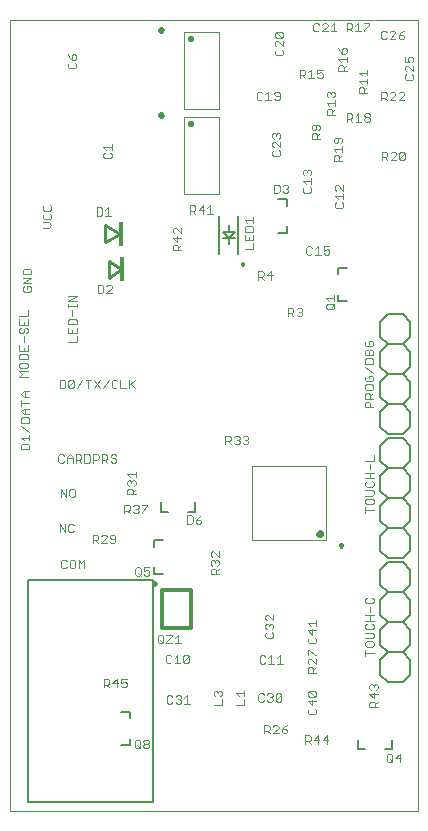
<source format=gto>
G75*
G70*
%OFA0B0*%
%FSLAX24Y24*%
%IPPOS*%
%LPD*%
%AMOC8*
5,1,8,0,0,1.08239X$1,22.5*
%
%ADD10C,0.0000*%
%ADD11C,0.0047*%
%ADD12C,0.0157*%
%ADD13C,0.0098*%
%ADD14C,0.0118*%
%ADD15C,0.0040*%
%ADD16C,0.0100*%
%ADD17R,0.0118X0.0827*%
%ADD18C,0.0060*%
%ADD19C,0.0200*%
%ADD20C,0.0120*%
%ADD21C,0.0050*%
%ADD22C,0.0079*%
D10*
X000219Y000139D02*
X000219Y026517D01*
X013801Y026517D01*
X013801Y000139D01*
X000219Y000139D01*
D11*
X008270Y009175D02*
X008270Y011655D01*
X010750Y011655D01*
X010750Y009175D01*
X008270Y009175D01*
X007168Y020710D02*
X006026Y020710D01*
X006026Y023269D01*
X007168Y023269D01*
X007168Y020710D01*
X007168Y023545D02*
X006026Y023545D01*
X006026Y026104D01*
X007168Y026104D01*
X007168Y023545D01*
D12*
X010495Y009391D02*
X010497Y009403D01*
X010502Y009414D01*
X010511Y009423D01*
X010522Y009428D01*
X010534Y009430D01*
X010546Y009428D01*
X010557Y009423D01*
X010566Y009414D01*
X010571Y009403D01*
X010573Y009391D01*
X010571Y009379D01*
X010566Y009368D01*
X010557Y009359D01*
X010546Y009354D01*
X010534Y009352D01*
X010522Y009354D01*
X010511Y009359D01*
X010502Y009368D01*
X010497Y009379D01*
X010495Y009391D01*
D13*
X011203Y008998D02*
X011205Y009010D01*
X011210Y009021D01*
X011219Y009030D01*
X011230Y009035D01*
X011242Y009037D01*
X011254Y009035D01*
X011265Y009030D01*
X011274Y009021D01*
X011279Y009010D01*
X011281Y008998D01*
X011279Y008986D01*
X011274Y008975D01*
X011265Y008966D01*
X011254Y008961D01*
X011242Y008959D01*
X011230Y008961D01*
X011219Y008966D01*
X011210Y008975D01*
X011205Y008986D01*
X011203Y008998D01*
D14*
X006203Y023053D02*
X006205Y023065D01*
X006210Y023076D01*
X006219Y023085D01*
X006230Y023090D01*
X006242Y023092D01*
X006254Y023090D01*
X006265Y023085D01*
X006274Y023076D01*
X006279Y023065D01*
X006281Y023053D01*
X006279Y023041D01*
X006274Y023030D01*
X006265Y023021D01*
X006254Y023016D01*
X006242Y023014D01*
X006230Y023016D01*
X006219Y023021D01*
X006210Y023030D01*
X006205Y023041D01*
X006203Y023053D01*
X005219Y023328D02*
X005221Y023340D01*
X005226Y023351D01*
X005235Y023360D01*
X005246Y023365D01*
X005258Y023367D01*
X005270Y023365D01*
X005281Y023360D01*
X005290Y023351D01*
X005295Y023340D01*
X005297Y023328D01*
X005295Y023316D01*
X005290Y023305D01*
X005281Y023296D01*
X005270Y023291D01*
X005258Y023289D01*
X005246Y023291D01*
X005235Y023296D01*
X005226Y023305D01*
X005221Y023316D01*
X005219Y023328D01*
X006203Y025887D02*
X006205Y025899D01*
X006210Y025910D01*
X006219Y025919D01*
X006230Y025924D01*
X006242Y025926D01*
X006254Y025924D01*
X006265Y025919D01*
X006274Y025910D01*
X006279Y025899D01*
X006281Y025887D01*
X006279Y025875D01*
X006274Y025864D01*
X006265Y025855D01*
X006254Y025850D01*
X006242Y025848D01*
X006230Y025850D01*
X006219Y025855D01*
X006210Y025864D01*
X006205Y025875D01*
X006203Y025887D01*
X005219Y026163D02*
X005221Y026175D01*
X005226Y026186D01*
X005235Y026195D01*
X005246Y026200D01*
X005258Y026202D01*
X005270Y026200D01*
X005281Y026195D01*
X005290Y026186D01*
X005295Y026175D01*
X005297Y026163D01*
X005295Y026151D01*
X005290Y026140D01*
X005281Y026131D01*
X005270Y026126D01*
X005258Y026124D01*
X005246Y026126D01*
X005235Y026131D01*
X005226Y026140D01*
X005221Y026151D01*
X005219Y026163D01*
D15*
X003596Y022377D02*
X003596Y022194D01*
X003596Y022285D02*
X003321Y022285D01*
X003413Y022194D01*
X003367Y022087D02*
X003321Y022041D01*
X003321Y021949D01*
X003367Y021904D01*
X003551Y021904D01*
X003596Y021949D01*
X003596Y022041D01*
X003551Y022087D01*
X003481Y020263D02*
X003481Y019988D01*
X003390Y019988D02*
X003573Y019988D01*
X003390Y020171D02*
X003481Y020263D01*
X003283Y020217D02*
X003237Y020263D01*
X003100Y020263D01*
X003100Y019988D01*
X003237Y019988D01*
X003283Y020034D01*
X003283Y020217D01*
X003277Y017684D02*
X003139Y017684D01*
X003139Y017409D01*
X003277Y017409D01*
X003322Y017455D01*
X003322Y017638D01*
X003277Y017684D01*
X003429Y017638D02*
X003475Y017684D01*
X003567Y017684D01*
X003613Y017638D01*
X003613Y017592D01*
X003429Y017409D01*
X003613Y017409D01*
X002431Y017325D02*
X002156Y017325D01*
X002156Y017141D02*
X002431Y017325D01*
X002431Y017141D02*
X002156Y017141D01*
X002156Y017039D02*
X002156Y016948D01*
X002156Y016994D02*
X002431Y016994D01*
X002431Y017039D02*
X002431Y016948D01*
X002293Y016841D02*
X002293Y016658D01*
X002202Y016551D02*
X002385Y016551D01*
X002431Y016505D01*
X002431Y016368D01*
X002156Y016368D01*
X002156Y016505D01*
X002202Y016551D01*
X002156Y016261D02*
X002156Y016078D01*
X002431Y016078D01*
X002431Y016261D01*
X002293Y016169D02*
X002293Y016078D01*
X002431Y015971D02*
X002431Y015788D01*
X002156Y015788D01*
X002201Y014517D02*
X002292Y014517D01*
X002338Y014471D01*
X002155Y014288D01*
X002201Y014242D01*
X002292Y014242D01*
X002338Y014288D01*
X002338Y014471D01*
X002201Y014517D02*
X002155Y014471D01*
X002155Y014288D01*
X002048Y014288D02*
X002048Y014471D01*
X002002Y014517D01*
X001865Y014517D01*
X001865Y014242D01*
X002002Y014242D01*
X002048Y014288D01*
X002445Y014242D02*
X002628Y014517D01*
X002735Y014517D02*
X002918Y014517D01*
X002826Y014517D02*
X002826Y014242D01*
X003025Y014242D02*
X003208Y014517D01*
X003025Y014517D02*
X003208Y014242D01*
X003315Y014242D02*
X003498Y014517D01*
X003605Y014471D02*
X003605Y014288D01*
X003651Y014242D01*
X003742Y014242D01*
X003788Y014288D01*
X003895Y014242D02*
X003895Y014517D01*
X003788Y014471D02*
X003742Y014517D01*
X003651Y014517D01*
X003605Y014471D01*
X003895Y014242D02*
X004078Y014242D01*
X004185Y014242D02*
X004185Y014517D01*
X004231Y014380D02*
X004368Y014242D01*
X004185Y014334D02*
X004368Y014517D01*
X003703Y012037D02*
X003611Y012037D01*
X003565Y011991D01*
X003565Y011945D01*
X003611Y011899D01*
X003703Y011899D01*
X003749Y011854D01*
X003749Y011808D01*
X003703Y011762D01*
X003611Y011762D01*
X003565Y011808D01*
X003459Y011762D02*
X003367Y011854D01*
X003413Y011854D02*
X003275Y011854D01*
X003275Y011762D02*
X003275Y012037D01*
X003413Y012037D01*
X003459Y011991D01*
X003459Y011899D01*
X003413Y011854D01*
X003169Y011899D02*
X003123Y011854D01*
X002985Y011854D01*
X002985Y011762D02*
X002985Y012037D01*
X003123Y012037D01*
X003169Y011991D01*
X003169Y011899D01*
X002879Y011808D02*
X002879Y011991D01*
X002833Y012037D01*
X002695Y012037D01*
X002695Y011762D01*
X002833Y011762D01*
X002879Y011808D01*
X002589Y011762D02*
X002497Y011854D01*
X002543Y011854D02*
X002405Y011854D01*
X002405Y011762D02*
X002405Y012037D01*
X002543Y012037D01*
X002589Y011991D01*
X002589Y011899D01*
X002543Y011854D01*
X002299Y011899D02*
X002115Y011899D01*
X002115Y011945D02*
X002207Y012037D01*
X002299Y011945D01*
X002299Y011762D01*
X002115Y011762D02*
X002115Y011945D01*
X002009Y011991D02*
X001963Y012037D01*
X001871Y012037D01*
X001825Y011991D01*
X001825Y011808D01*
X001871Y011762D01*
X001963Y011762D01*
X002009Y011808D01*
X002088Y010895D02*
X002088Y010620D01*
X001904Y010895D01*
X001904Y010620D01*
X002194Y010666D02*
X002240Y010620D01*
X002332Y010620D01*
X002378Y010666D01*
X002378Y010849D01*
X002332Y010895D01*
X002240Y010895D01*
X002194Y010849D01*
X002194Y010666D01*
X002201Y009714D02*
X002155Y009668D01*
X002155Y009485D01*
X002201Y009439D01*
X002292Y009439D01*
X002338Y009485D01*
X002338Y009668D02*
X002292Y009714D01*
X002201Y009714D01*
X002048Y009714D02*
X002048Y009439D01*
X001865Y009714D01*
X001865Y009439D01*
X001962Y008517D02*
X001916Y008471D01*
X001916Y008288D01*
X001962Y008242D01*
X002054Y008242D01*
X002099Y008288D01*
X002206Y008288D02*
X002206Y008471D01*
X002252Y008517D01*
X002344Y008517D01*
X002389Y008471D01*
X002389Y008288D01*
X002344Y008242D01*
X002252Y008242D01*
X002206Y008288D01*
X002099Y008471D02*
X002054Y008517D01*
X001962Y008517D01*
X002496Y008517D02*
X002496Y008242D01*
X002679Y008242D02*
X002679Y008517D01*
X002588Y008426D01*
X002496Y008517D01*
X002965Y009083D02*
X002965Y009358D01*
X003103Y009358D01*
X003149Y009312D01*
X003149Y009220D01*
X003103Y009174D01*
X002965Y009174D01*
X003057Y009174D02*
X003149Y009083D01*
X003255Y009083D02*
X003439Y009266D01*
X003439Y009312D01*
X003393Y009358D01*
X003301Y009358D01*
X003255Y009312D01*
X003255Y009083D02*
X003439Y009083D01*
X003545Y009129D02*
X003591Y009083D01*
X003683Y009083D01*
X003729Y009129D01*
X003729Y009312D01*
X003683Y009358D01*
X003591Y009358D01*
X003545Y009312D01*
X003545Y009266D01*
X003591Y009220D01*
X003729Y009220D01*
X004028Y010067D02*
X004028Y010342D01*
X004166Y010342D01*
X004212Y010296D01*
X004212Y010204D01*
X004166Y010159D01*
X004028Y010159D01*
X004120Y010159D02*
X004212Y010067D01*
X004318Y010113D02*
X004364Y010067D01*
X004456Y010067D01*
X004502Y010113D01*
X004502Y010159D01*
X004456Y010204D01*
X004410Y010204D01*
X004456Y010204D02*
X004502Y010250D01*
X004502Y010296D01*
X004456Y010342D01*
X004364Y010342D01*
X004318Y010296D01*
X004306Y010697D02*
X004306Y010834D01*
X004260Y010880D01*
X004168Y010880D01*
X004122Y010834D01*
X004122Y010697D01*
X004398Y010697D01*
X004306Y010789D02*
X004398Y010880D01*
X004352Y010987D02*
X004398Y011033D01*
X004398Y011124D01*
X004352Y011170D01*
X004306Y011170D01*
X004260Y011124D01*
X004260Y011079D01*
X004260Y011124D02*
X004214Y011170D01*
X004168Y011170D01*
X004122Y011124D01*
X004122Y011033D01*
X004168Y010987D01*
X004214Y011277D02*
X004122Y011369D01*
X004398Y011369D01*
X004398Y011460D02*
X004398Y011277D01*
X004608Y010342D02*
X004792Y010342D01*
X004792Y010296D01*
X004608Y010113D01*
X004608Y010067D01*
X004675Y008267D02*
X004675Y008130D01*
X004767Y008176D01*
X004813Y008176D01*
X004859Y008130D01*
X004859Y008038D01*
X004813Y007992D01*
X004721Y007992D01*
X004675Y008038D01*
X004569Y008038D02*
X004523Y007992D01*
X004431Y007992D01*
X004385Y008038D01*
X004385Y008221D01*
X004431Y008267D01*
X004523Y008267D01*
X004569Y008221D01*
X004569Y008038D01*
X004569Y007992D02*
X004477Y008084D01*
X004675Y008267D02*
X004859Y008267D01*
X005178Y006021D02*
X005270Y006021D01*
X005316Y005975D01*
X005316Y005792D01*
X005270Y005746D01*
X005178Y005746D01*
X005132Y005792D01*
X005132Y005975D01*
X005178Y006021D01*
X005224Y005838D02*
X005316Y005746D01*
X005422Y005746D02*
X005606Y005746D01*
X005713Y005746D02*
X005896Y005746D01*
X005804Y005746D02*
X005804Y006021D01*
X005713Y005929D01*
X005606Y005975D02*
X005422Y005792D01*
X005422Y005746D01*
X005422Y006021D02*
X005606Y006021D01*
X005606Y005975D01*
X005544Y005342D02*
X005452Y005342D01*
X005406Y005296D01*
X005406Y005113D01*
X005452Y005067D01*
X005544Y005067D01*
X005590Y005113D01*
X005696Y005067D02*
X005880Y005067D01*
X005788Y005067D02*
X005788Y005342D01*
X005696Y005250D01*
X005590Y005296D02*
X005544Y005342D01*
X005986Y005296D02*
X005986Y005113D01*
X006170Y005296D01*
X006170Y005113D01*
X006124Y005067D01*
X006032Y005067D01*
X005986Y005113D01*
X005986Y005296D02*
X006032Y005342D01*
X006124Y005342D01*
X006170Y005296D01*
X006117Y004004D02*
X006025Y003912D01*
X005919Y003912D02*
X005873Y003866D01*
X005919Y003820D01*
X005919Y003774D01*
X005873Y003728D01*
X005781Y003728D01*
X005735Y003774D01*
X005629Y003774D02*
X005583Y003728D01*
X005491Y003728D01*
X005445Y003774D01*
X005445Y003958D01*
X005491Y004004D01*
X005583Y004004D01*
X005629Y003958D01*
X005735Y003958D02*
X005781Y004004D01*
X005873Y004004D01*
X005919Y003958D01*
X005919Y003912D01*
X005873Y003866D02*
X005827Y003866D01*
X006025Y003728D02*
X006209Y003728D01*
X006117Y003728D02*
X006117Y004004D01*
X006996Y004025D02*
X006996Y004117D01*
X007042Y004162D01*
X007088Y004162D01*
X007134Y004117D01*
X007180Y004162D01*
X007226Y004162D01*
X007272Y004117D01*
X007272Y004025D01*
X007226Y003979D01*
X007272Y003872D02*
X007272Y003689D01*
X006996Y003689D01*
X007042Y003979D02*
X006996Y004025D01*
X007134Y004071D02*
X007134Y004117D01*
X007744Y004071D02*
X008020Y004071D01*
X008020Y004162D02*
X008020Y003979D01*
X008020Y003872D02*
X008020Y003689D01*
X007744Y003689D01*
X007836Y003979D02*
X007744Y004071D01*
X008493Y004025D02*
X008493Y003841D01*
X008539Y003795D01*
X008630Y003795D01*
X008676Y003841D01*
X008783Y003841D02*
X008829Y003795D01*
X008920Y003795D01*
X008966Y003841D01*
X008966Y003887D01*
X008920Y003933D01*
X008874Y003933D01*
X008920Y003933D02*
X008966Y003979D01*
X008966Y004025D01*
X008920Y004070D01*
X008829Y004070D01*
X008783Y004025D01*
X008676Y004025D02*
X008630Y004070D01*
X008539Y004070D01*
X008493Y004025D01*
X008690Y003007D02*
X008827Y003007D01*
X008873Y002962D01*
X008873Y002870D01*
X008827Y002824D01*
X008690Y002824D01*
X008781Y002824D02*
X008873Y002732D01*
X008980Y002732D02*
X009163Y002916D01*
X009163Y002962D01*
X009117Y003007D01*
X009025Y003007D01*
X008980Y002962D01*
X008980Y002732D02*
X009163Y002732D01*
X009270Y002778D02*
X009315Y002732D01*
X009407Y002732D01*
X009453Y002778D01*
X009453Y002824D01*
X009407Y002870D01*
X009270Y002870D01*
X009270Y002778D01*
X009270Y002870D02*
X009361Y002962D01*
X009453Y003007D01*
X009210Y003795D02*
X009119Y003795D01*
X009073Y003841D01*
X009256Y004025D01*
X009256Y003841D01*
X009210Y003795D01*
X009073Y003841D02*
X009073Y004025D01*
X009119Y004070D01*
X009210Y004070D01*
X009256Y004025D01*
X009296Y005055D02*
X009112Y005055D01*
X009204Y005055D02*
X009204Y005330D01*
X009112Y005239D01*
X009006Y005055D02*
X008822Y005055D01*
X008914Y005055D02*
X008914Y005330D01*
X008822Y005239D01*
X008716Y005284D02*
X008670Y005330D01*
X008578Y005330D01*
X008532Y005284D01*
X008532Y005101D01*
X008578Y005055D01*
X008670Y005055D01*
X008716Y005101D01*
X008763Y005917D02*
X008946Y005917D01*
X008992Y005963D01*
X008992Y006055D01*
X008946Y006101D01*
X008946Y006207D02*
X008992Y006253D01*
X008992Y006345D01*
X008946Y006391D01*
X008900Y006391D01*
X008854Y006345D01*
X008854Y006299D01*
X008854Y006345D02*
X008809Y006391D01*
X008763Y006391D01*
X008717Y006345D01*
X008717Y006253D01*
X008763Y006207D01*
X008763Y006101D02*
X008717Y006055D01*
X008717Y005963D01*
X008763Y005917D01*
X008763Y006497D02*
X008717Y006543D01*
X008717Y006635D01*
X008763Y006681D01*
X008809Y006681D01*
X008992Y006497D01*
X008992Y006681D01*
X010146Y006408D02*
X010421Y006408D01*
X010421Y006316D02*
X010421Y006500D01*
X010284Y006210D02*
X010284Y006026D01*
X010146Y006164D01*
X010421Y006164D01*
X010375Y005920D02*
X010421Y005874D01*
X010421Y005782D01*
X010375Y005736D01*
X010192Y005736D01*
X010146Y005782D01*
X010146Y005874D01*
X010192Y005920D01*
X010192Y005515D02*
X010375Y005332D01*
X010421Y005332D01*
X010421Y005225D02*
X010421Y005042D01*
X010238Y005225D01*
X010192Y005225D01*
X010146Y005180D01*
X010146Y005088D01*
X010192Y005042D01*
X010192Y004935D02*
X010284Y004935D01*
X010329Y004890D01*
X010329Y004752D01*
X010329Y004844D02*
X010421Y004935D01*
X010421Y004752D02*
X010146Y004752D01*
X010146Y004890D01*
X010192Y004935D01*
X010146Y005332D02*
X010146Y005515D01*
X010192Y005515D01*
X010238Y006316D02*
X010146Y006408D01*
X010192Y004137D02*
X010375Y003954D01*
X010421Y004000D01*
X010421Y004092D01*
X010375Y004137D01*
X010192Y004137D01*
X010146Y004092D01*
X010146Y004000D01*
X010192Y003954D01*
X010375Y003954D01*
X010284Y003847D02*
X010284Y003664D01*
X010146Y003802D01*
X010421Y003802D01*
X010375Y003557D02*
X010421Y003512D01*
X010421Y003420D01*
X010375Y003374D01*
X010192Y003374D01*
X010146Y003420D01*
X010146Y003512D01*
X010192Y003557D01*
X010189Y002665D02*
X010052Y002665D01*
X010052Y002390D01*
X010052Y002481D02*
X010189Y002481D01*
X010235Y002527D01*
X010235Y002619D01*
X010189Y002665D01*
X010144Y002481D02*
X010235Y002390D01*
X010342Y002527D02*
X010525Y002527D01*
X010632Y002527D02*
X010815Y002527D01*
X010769Y002390D02*
X010769Y002665D01*
X010632Y002527D01*
X010479Y002390D02*
X010479Y002665D01*
X010342Y002527D01*
X008690Y002732D02*
X008690Y003007D01*
X007173Y008039D02*
X006898Y008039D01*
X006898Y008177D01*
X006944Y008223D01*
X007036Y008223D01*
X007081Y008177D01*
X007081Y008039D01*
X007081Y008131D02*
X007173Y008223D01*
X007127Y008329D02*
X007173Y008375D01*
X007173Y008467D01*
X007127Y008513D01*
X007081Y008513D01*
X007036Y008467D01*
X007036Y008421D01*
X007036Y008467D02*
X006990Y008513D01*
X006944Y008513D01*
X006898Y008467D01*
X006898Y008375D01*
X006944Y008329D01*
X006944Y008619D02*
X006898Y008665D01*
X006898Y008757D01*
X006944Y008803D01*
X006990Y008803D01*
X007173Y008619D01*
X007173Y008803D01*
X006545Y009724D02*
X006591Y009770D01*
X006591Y009816D01*
X006545Y009862D01*
X006407Y009862D01*
X006407Y009770D01*
X006453Y009724D01*
X006545Y009724D01*
X006407Y009862D02*
X006499Y009954D01*
X006591Y010000D01*
X006301Y009954D02*
X006255Y010000D01*
X006117Y010000D01*
X006117Y009724D01*
X006255Y009724D01*
X006301Y009770D01*
X006301Y009954D01*
X007390Y012378D02*
X007390Y012653D01*
X007528Y012653D01*
X007574Y012607D01*
X007574Y012516D01*
X007528Y012470D01*
X007390Y012470D01*
X007482Y012470D02*
X007574Y012378D01*
X007680Y012424D02*
X007726Y012378D01*
X007818Y012378D01*
X007864Y012424D01*
X007864Y012470D01*
X007818Y012516D01*
X007772Y012516D01*
X007818Y012516D02*
X007864Y012561D01*
X007864Y012607D01*
X007818Y012653D01*
X007726Y012653D01*
X007680Y012607D01*
X007970Y012607D02*
X008016Y012653D01*
X008108Y012653D01*
X008154Y012607D01*
X008154Y012561D01*
X008108Y012516D01*
X008154Y012470D01*
X008154Y012424D01*
X008108Y012378D01*
X008016Y012378D01*
X007970Y012424D01*
X008062Y012516D02*
X008108Y012516D01*
X009476Y016642D02*
X009476Y016917D01*
X009613Y016917D01*
X009659Y016871D01*
X009659Y016779D01*
X009613Y016733D01*
X009476Y016733D01*
X009567Y016733D02*
X009659Y016642D01*
X009766Y016688D02*
X009812Y016642D01*
X009903Y016642D01*
X009949Y016688D01*
X009949Y016733D01*
X009903Y016779D01*
X009857Y016779D01*
X009903Y016779D02*
X009949Y016825D01*
X009949Y016871D01*
X009903Y016917D01*
X009812Y016917D01*
X009766Y016871D01*
X008965Y018000D02*
X008781Y018000D01*
X008919Y018137D01*
X008919Y017862D01*
X008675Y017862D02*
X008583Y017954D01*
X008629Y017954D02*
X008491Y017954D01*
X008491Y017862D02*
X008491Y018137D01*
X008629Y018137D01*
X008675Y018091D01*
X008675Y018000D01*
X008629Y017954D01*
X008309Y018881D02*
X008309Y019065D01*
X008309Y019171D02*
X008309Y019355D01*
X008309Y019461D02*
X008309Y019599D01*
X008263Y019645D01*
X008080Y019645D01*
X008034Y019599D01*
X008034Y019461D01*
X008309Y019461D01*
X008171Y019263D02*
X008171Y019171D01*
X008034Y019171D02*
X008309Y019171D01*
X008034Y019171D02*
X008034Y019355D01*
X008126Y019751D02*
X008034Y019843D01*
X008309Y019843D01*
X008309Y019751D02*
X008309Y019935D01*
X008309Y018881D02*
X008034Y018881D01*
X006973Y020055D02*
X006789Y020055D01*
X006881Y020055D02*
X006881Y020330D01*
X006789Y020239D01*
X006683Y020193D02*
X006499Y020193D01*
X006637Y020330D01*
X006637Y020055D01*
X006393Y020055D02*
X006301Y020147D01*
X006347Y020147D02*
X006209Y020147D01*
X006209Y020055D02*
X006209Y020330D01*
X006347Y020330D01*
X006393Y020284D01*
X006393Y020193D01*
X006347Y020147D01*
X005921Y019594D02*
X005921Y019411D01*
X005738Y019594D01*
X005692Y019594D01*
X005646Y019548D01*
X005646Y019457D01*
X005692Y019411D01*
X005784Y019304D02*
X005784Y019121D01*
X005646Y019258D01*
X005921Y019258D01*
X005921Y019014D02*
X005829Y018922D01*
X005829Y018968D02*
X005829Y018831D01*
X005921Y018831D02*
X005646Y018831D01*
X005646Y018968D01*
X005692Y019014D01*
X005784Y019014D01*
X005829Y018968D01*
X008483Y023846D02*
X008575Y023846D01*
X008621Y023892D01*
X008728Y023846D02*
X008911Y023846D01*
X008819Y023846D02*
X008819Y024122D01*
X008728Y024030D01*
X008621Y024076D02*
X008575Y024122D01*
X008483Y024122D01*
X008438Y024076D01*
X008438Y023892D01*
X008483Y023846D01*
X009018Y023892D02*
X009063Y023846D01*
X009155Y023846D01*
X009201Y023892D01*
X009201Y024076D01*
X009155Y024122D01*
X009063Y024122D01*
X009018Y024076D01*
X009018Y024030D01*
X009063Y023984D01*
X009201Y023984D01*
X009182Y022744D02*
X009228Y022698D01*
X009228Y022606D01*
X009182Y022560D01*
X009228Y022454D02*
X009228Y022270D01*
X009045Y022454D01*
X008999Y022454D01*
X008953Y022408D01*
X008953Y022316D01*
X008999Y022270D01*
X008999Y022164D02*
X008953Y022118D01*
X008953Y022026D01*
X008999Y021980D01*
X009182Y021980D01*
X009228Y022026D01*
X009228Y022118D01*
X009182Y022164D01*
X008999Y022560D02*
X008953Y022606D01*
X008953Y022698D01*
X008999Y022744D01*
X009045Y022744D01*
X009091Y022698D01*
X009137Y022744D01*
X009182Y022744D01*
X009091Y022698D02*
X009091Y022652D01*
X009154Y021027D02*
X009016Y021027D01*
X009016Y020752D01*
X009154Y020752D01*
X009200Y020798D01*
X009200Y020981D01*
X009154Y021027D01*
X009306Y020981D02*
X009352Y021027D01*
X009444Y021027D01*
X009490Y020981D01*
X009490Y020935D01*
X009444Y020890D01*
X009490Y020844D01*
X009490Y020798D01*
X009444Y020752D01*
X009352Y020752D01*
X009306Y020798D01*
X009398Y020890D02*
X009444Y020890D01*
X009977Y020897D02*
X009977Y020806D01*
X010023Y020760D01*
X010206Y020760D01*
X010252Y020806D01*
X010252Y020897D01*
X010206Y020943D01*
X010252Y021050D02*
X010252Y021233D01*
X010252Y021142D02*
X009977Y021142D01*
X010068Y021050D01*
X010023Y020943D02*
X009977Y020897D01*
X010023Y021340D02*
X009977Y021386D01*
X009977Y021477D01*
X010023Y021523D01*
X010068Y021523D01*
X010114Y021477D01*
X010160Y021523D01*
X010206Y021523D01*
X010252Y021477D01*
X010252Y021386D01*
X010206Y021340D01*
X010114Y021432D02*
X010114Y021477D01*
X010264Y022547D02*
X010264Y022685D01*
X010310Y022731D01*
X010402Y022731D01*
X010448Y022685D01*
X010448Y022547D01*
X010539Y022547D02*
X010264Y022547D01*
X010448Y022639D02*
X010539Y022731D01*
X010493Y022837D02*
X010539Y022883D01*
X010539Y022975D01*
X010493Y023021D01*
X010310Y023021D01*
X010264Y022975D01*
X010264Y022883D01*
X010310Y022837D01*
X010356Y022837D01*
X010402Y022883D01*
X010402Y023021D01*
X010764Y023358D02*
X010764Y023496D01*
X010810Y023542D01*
X010902Y023542D01*
X010948Y023496D01*
X010948Y023358D01*
X011039Y023358D02*
X010764Y023358D01*
X010948Y023450D02*
X011039Y023542D01*
X011039Y023648D02*
X011039Y023832D01*
X011039Y023740D02*
X010764Y023740D01*
X010856Y023648D01*
X010810Y023938D02*
X010764Y023984D01*
X010764Y024076D01*
X010810Y024122D01*
X010856Y024122D01*
X010902Y024076D01*
X010948Y024122D01*
X010993Y024122D01*
X011039Y024076D01*
X011039Y023984D01*
X010993Y023938D01*
X010902Y024030D02*
X010902Y024076D01*
X010588Y024583D02*
X010497Y024583D01*
X010451Y024629D01*
X010451Y024720D02*
X010542Y024766D01*
X010588Y024766D01*
X010634Y024720D01*
X010634Y024629D01*
X010588Y024583D01*
X010451Y024720D02*
X010451Y024858D01*
X010634Y024858D01*
X010252Y024858D02*
X010252Y024583D01*
X010161Y024583D02*
X010344Y024583D01*
X010161Y024766D02*
X010252Y024858D01*
X010054Y024812D02*
X010054Y024720D01*
X010008Y024674D01*
X009871Y024674D01*
X009962Y024674D02*
X010054Y024583D01*
X009871Y024583D02*
X009871Y024858D01*
X010008Y024858D01*
X010054Y024812D01*
X009319Y025388D02*
X009273Y025342D01*
X009089Y025342D01*
X009044Y025388D01*
X009044Y025480D01*
X009089Y025526D01*
X009089Y025632D02*
X009044Y025678D01*
X009044Y025770D01*
X009089Y025816D01*
X009135Y025816D01*
X009319Y025632D01*
X009319Y025816D01*
X009273Y025923D02*
X009089Y026106D01*
X009273Y026106D01*
X009319Y026060D01*
X009319Y025968D01*
X009273Y025923D01*
X009089Y025923D01*
X009044Y025968D01*
X009044Y026060D01*
X009089Y026106D01*
X009273Y025526D02*
X009319Y025480D01*
X009319Y025388D01*
X010327Y026176D02*
X010373Y026130D01*
X010465Y026130D01*
X010511Y026176D01*
X010617Y026130D02*
X010801Y026313D01*
X010801Y026359D01*
X010755Y026405D01*
X010663Y026405D01*
X010617Y026359D01*
X010511Y026359D02*
X010465Y026405D01*
X010373Y026405D01*
X010327Y026359D01*
X010327Y026176D01*
X010617Y026130D02*
X010801Y026130D01*
X010907Y026130D02*
X011091Y026130D01*
X010999Y026130D02*
X010999Y026405D01*
X010907Y026313D01*
X011158Y025578D02*
X011204Y025487D01*
X011295Y025395D01*
X011295Y025533D01*
X011341Y025578D01*
X011387Y025578D01*
X011433Y025533D01*
X011433Y025441D01*
X011387Y025395D01*
X011295Y025395D01*
X011433Y025288D02*
X011433Y025105D01*
X011433Y025197D02*
X011158Y025197D01*
X011250Y025105D01*
X011204Y024998D02*
X011295Y024998D01*
X011341Y024953D01*
X011341Y024815D01*
X011341Y024907D02*
X011433Y024998D01*
X011433Y024815D02*
X011158Y024815D01*
X011158Y024953D01*
X011204Y024998D01*
X011430Y026130D02*
X011430Y026405D01*
X011567Y026405D01*
X011613Y026359D01*
X011613Y026267D01*
X011567Y026222D01*
X011430Y026222D01*
X011521Y026222D02*
X011613Y026130D01*
X011720Y026130D02*
X011903Y026130D01*
X011811Y026130D02*
X011811Y026405D01*
X011720Y026313D01*
X012010Y026405D02*
X012193Y026405D01*
X012193Y026359D01*
X012010Y026176D01*
X012010Y026130D01*
X012587Y026111D02*
X012587Y025928D01*
X012633Y025882D01*
X012725Y025882D01*
X012771Y025928D01*
X012877Y025882D02*
X013061Y026065D01*
X013061Y026111D01*
X013015Y026157D01*
X012923Y026157D01*
X012877Y026111D01*
X012771Y026111D02*
X012725Y026157D01*
X012633Y026157D01*
X012587Y026111D01*
X012877Y025882D02*
X013061Y025882D01*
X013167Y025928D02*
X013213Y025882D01*
X013305Y025882D01*
X013351Y025928D01*
X013351Y025974D01*
X013305Y026019D01*
X013167Y026019D01*
X013167Y025928D01*
X013167Y026019D02*
X013259Y026111D01*
X013351Y026157D01*
X013374Y025279D02*
X013374Y025096D01*
X013512Y025096D01*
X013466Y025187D01*
X013466Y025233D01*
X013512Y025279D01*
X013604Y025279D01*
X013650Y025233D01*
X013650Y025142D01*
X013604Y025096D01*
X013650Y024989D02*
X013650Y024806D01*
X013466Y024989D01*
X013420Y024989D01*
X013374Y024943D01*
X013374Y024852D01*
X013420Y024806D01*
X013420Y024699D02*
X013374Y024653D01*
X013374Y024562D01*
X013420Y024516D01*
X013604Y024516D01*
X013650Y024562D01*
X013650Y024653D01*
X013604Y024699D01*
X013305Y024110D02*
X013213Y024110D01*
X013167Y024064D01*
X013061Y024064D02*
X013015Y024110D01*
X012923Y024110D01*
X012877Y024064D01*
X012771Y024064D02*
X012771Y023972D01*
X012725Y023926D01*
X012587Y023926D01*
X012587Y023835D02*
X012587Y024110D01*
X012725Y024110D01*
X012771Y024064D01*
X012679Y023926D02*
X012771Y023835D01*
X012877Y023835D02*
X013061Y024018D01*
X013061Y024064D01*
X013061Y023835D02*
X012877Y023835D01*
X013167Y023835D02*
X013351Y024018D01*
X013351Y024064D01*
X013305Y024110D01*
X013351Y023835D02*
X013167Y023835D01*
X012209Y023355D02*
X012209Y023309D01*
X012163Y023264D01*
X012071Y023264D01*
X012025Y023309D01*
X012025Y023355D01*
X012071Y023401D01*
X012163Y023401D01*
X012209Y023355D01*
X012163Y023264D02*
X012209Y023218D01*
X012209Y023172D01*
X012163Y023126D01*
X012071Y023126D01*
X012025Y023172D01*
X012025Y023218D01*
X012071Y023264D01*
X011919Y023126D02*
X011735Y023126D01*
X011827Y023126D02*
X011827Y023401D01*
X011735Y023309D01*
X011629Y023264D02*
X011583Y023218D01*
X011445Y023218D01*
X011445Y023126D02*
X011445Y023401D01*
X011583Y023401D01*
X011629Y023355D01*
X011629Y023264D01*
X011537Y023218D02*
X011629Y023126D01*
X011230Y022586D02*
X011276Y022540D01*
X011276Y022449D01*
X011230Y022403D01*
X011138Y022449D02*
X011138Y022586D01*
X011230Y022586D02*
X011046Y022586D01*
X011000Y022540D01*
X011000Y022449D01*
X011046Y022403D01*
X011092Y022403D01*
X011138Y022449D01*
X011276Y022296D02*
X011276Y022113D01*
X011276Y022205D02*
X011000Y022205D01*
X011092Y022113D01*
X011046Y022006D02*
X011138Y022006D01*
X011184Y021960D01*
X011184Y021823D01*
X011276Y021823D02*
X011000Y021823D01*
X011000Y021960D01*
X011046Y022006D01*
X011184Y021915D02*
X011276Y022006D01*
X011315Y021012D02*
X011315Y020828D01*
X011131Y021012D01*
X011086Y021012D01*
X011040Y020966D01*
X011040Y020874D01*
X011086Y020828D01*
X011040Y020630D02*
X011315Y020630D01*
X011315Y020538D02*
X011315Y020722D01*
X011131Y020538D02*
X011040Y020630D01*
X011086Y020431D02*
X011040Y020386D01*
X011040Y020294D01*
X011086Y020248D01*
X011269Y020248D01*
X011315Y020294D01*
X011315Y020386D01*
X011269Y020431D01*
X010855Y018964D02*
X010671Y018964D01*
X010671Y018827D01*
X010763Y018872D01*
X010809Y018872D01*
X010855Y018827D01*
X010855Y018735D01*
X010809Y018689D01*
X010717Y018689D01*
X010671Y018735D01*
X010565Y018689D02*
X010381Y018689D01*
X010473Y018689D02*
X010473Y018964D01*
X010381Y018872D01*
X010275Y018918D02*
X010229Y018964D01*
X010137Y018964D01*
X010091Y018918D01*
X010091Y018735D01*
X010137Y018689D01*
X010229Y018689D01*
X010275Y018735D01*
X011027Y017338D02*
X011027Y017155D01*
X011027Y017247D02*
X010752Y017247D01*
X010844Y017155D01*
X010798Y017048D02*
X010982Y017048D01*
X011027Y017002D01*
X011027Y016911D01*
X010982Y016865D01*
X010798Y016865D01*
X010752Y016911D01*
X010752Y017002D01*
X010798Y017048D01*
X010936Y016957D02*
X011027Y017048D01*
X012084Y015815D02*
X012038Y015770D01*
X012038Y015678D01*
X012084Y015632D01*
X012268Y015632D01*
X012313Y015678D01*
X012313Y015770D01*
X012268Y015815D01*
X012176Y015815D01*
X012176Y015724D01*
X012222Y015525D02*
X012268Y015525D01*
X012313Y015480D01*
X012313Y015342D01*
X012038Y015342D01*
X012038Y015480D01*
X012084Y015525D01*
X012130Y015525D01*
X012176Y015480D01*
X012176Y015342D01*
X012176Y015480D02*
X012222Y015525D01*
X012268Y015235D02*
X012084Y015235D01*
X012038Y015190D01*
X012038Y015052D01*
X012313Y015052D01*
X012313Y015190D01*
X012268Y015235D01*
X012038Y014945D02*
X012313Y014762D01*
X012268Y014655D02*
X012176Y014655D01*
X012176Y014564D01*
X012268Y014655D02*
X012313Y014609D01*
X012313Y014518D01*
X012268Y014472D01*
X012084Y014472D01*
X012038Y014518D01*
X012038Y014609D01*
X012084Y014655D01*
X012084Y014365D02*
X012038Y014319D01*
X012038Y014228D01*
X012084Y014182D01*
X012268Y014182D01*
X012313Y014228D01*
X012313Y014319D01*
X012268Y014365D01*
X012084Y014365D01*
X012084Y014075D02*
X012176Y014075D01*
X012222Y014029D01*
X012222Y013892D01*
X012313Y013892D02*
X012038Y013892D01*
X012038Y014029D01*
X012084Y014075D01*
X012222Y013984D02*
X012313Y014075D01*
X012176Y013785D02*
X012222Y013739D01*
X012222Y013602D01*
X012313Y013602D02*
X012038Y013602D01*
X012038Y013739D01*
X012084Y013785D01*
X012176Y013785D01*
X012336Y012004D02*
X012336Y011821D01*
X012061Y011821D01*
X012198Y011714D02*
X012198Y011531D01*
X012198Y011424D02*
X012198Y011241D01*
X012061Y011241D02*
X012336Y011241D01*
X012290Y011134D02*
X012336Y011088D01*
X012336Y010996D01*
X012290Y010951D01*
X012107Y010951D01*
X012061Y010996D01*
X012061Y011088D01*
X012107Y011134D01*
X012061Y010844D02*
X012290Y010844D01*
X012336Y010798D01*
X012336Y010706D01*
X012290Y010661D01*
X012061Y010661D01*
X012107Y010554D02*
X012061Y010508D01*
X012061Y010416D01*
X012107Y010371D01*
X012290Y010371D01*
X012336Y010416D01*
X012336Y010508D01*
X012290Y010554D01*
X012107Y010554D01*
X012061Y010264D02*
X012061Y010081D01*
X012061Y010172D02*
X012336Y010172D01*
X012336Y011424D02*
X012061Y011424D01*
X012107Y007252D02*
X012061Y007206D01*
X012061Y007115D01*
X012107Y007069D01*
X012290Y007069D01*
X012336Y007115D01*
X012336Y007206D01*
X012290Y007252D01*
X012198Y006962D02*
X012198Y006779D01*
X012198Y006672D02*
X012198Y006489D01*
X012061Y006489D02*
X012336Y006489D01*
X012290Y006382D02*
X012336Y006336D01*
X012336Y006245D01*
X012290Y006199D01*
X012107Y006199D01*
X012061Y006245D01*
X012061Y006336D01*
X012107Y006382D01*
X012061Y006092D02*
X012290Y006092D01*
X012336Y006046D01*
X012336Y005955D01*
X012290Y005909D01*
X012061Y005909D01*
X012107Y005802D02*
X012061Y005756D01*
X012061Y005664D01*
X012107Y005619D01*
X012290Y005619D01*
X012336Y005664D01*
X012336Y005756D01*
X012290Y005802D01*
X012107Y005802D01*
X012061Y005512D02*
X012061Y005329D01*
X012061Y005420D02*
X012336Y005420D01*
X012377Y004374D02*
X012331Y004328D01*
X012331Y004282D01*
X012331Y004328D02*
X012285Y004374D01*
X012239Y004374D01*
X012193Y004328D01*
X012193Y004236D01*
X012239Y004190D01*
X012331Y004084D02*
X012331Y003900D01*
X012193Y004038D01*
X012468Y004038D01*
X012423Y004190D02*
X012468Y004236D01*
X012468Y004328D01*
X012423Y004374D01*
X012377Y004374D01*
X012331Y003794D02*
X012377Y003748D01*
X012377Y003610D01*
X012468Y003610D02*
X012193Y003610D01*
X012193Y003748D01*
X012239Y003794D01*
X012331Y003794D01*
X012377Y003702D02*
X012468Y003794D01*
X012817Y002047D02*
X012771Y002001D01*
X012771Y001817D01*
X012817Y001772D01*
X012909Y001772D01*
X012954Y001817D01*
X012954Y002001D01*
X012909Y002047D01*
X012817Y002047D01*
X012863Y001863D02*
X012954Y001772D01*
X013061Y001909D02*
X013244Y001909D01*
X013199Y001772D02*
X013199Y002047D01*
X013061Y001909D01*
X012336Y006672D02*
X012061Y006672D01*
X004844Y002477D02*
X004844Y002431D01*
X004798Y002386D01*
X004707Y002386D01*
X004661Y002431D01*
X004661Y002477D01*
X004707Y002523D01*
X004798Y002523D01*
X004844Y002477D01*
X004798Y002386D02*
X004844Y002340D01*
X004844Y002294D01*
X004798Y002248D01*
X004707Y002248D01*
X004661Y002294D01*
X004661Y002340D01*
X004707Y002386D01*
X004554Y002477D02*
X004554Y002294D01*
X004508Y002248D01*
X004416Y002248D01*
X004371Y002294D01*
X004371Y002477D01*
X004416Y002523D01*
X004508Y002523D01*
X004554Y002477D01*
X004462Y002340D02*
X004554Y002248D01*
X004053Y004268D02*
X003961Y004268D01*
X003915Y004314D01*
X003915Y004405D02*
X004007Y004451D01*
X004053Y004451D01*
X004099Y004405D01*
X004099Y004314D01*
X004053Y004268D01*
X003915Y004405D02*
X003915Y004543D01*
X004099Y004543D01*
X003809Y004405D02*
X003625Y004405D01*
X003763Y004543D01*
X003763Y004268D01*
X003519Y004268D02*
X003427Y004359D01*
X003473Y004359D02*
X003335Y004359D01*
X003335Y004268D02*
X003335Y004543D01*
X003473Y004543D01*
X003519Y004497D01*
X003519Y004405D01*
X003473Y004359D01*
X003749Y011991D02*
X003703Y012037D01*
X000856Y012212D02*
X000856Y012350D01*
X000810Y012395D01*
X000627Y012395D01*
X000581Y012350D01*
X000581Y012212D01*
X000856Y012212D01*
X000856Y012502D02*
X000856Y012685D01*
X000856Y012594D02*
X000581Y012594D01*
X000673Y012502D01*
X000856Y012792D02*
X000581Y012975D01*
X000581Y013082D02*
X000581Y013220D01*
X000627Y013266D01*
X000810Y013266D01*
X000856Y013220D01*
X000856Y013082D01*
X000581Y013082D01*
X000673Y013372D02*
X000581Y013464D01*
X000673Y013556D01*
X000856Y013556D01*
X000719Y013556D02*
X000719Y013372D01*
X000673Y013372D02*
X000856Y013372D01*
X000856Y013754D02*
X000581Y013754D01*
X000581Y013662D02*
X000581Y013846D01*
X000673Y013952D02*
X000581Y014044D01*
X000673Y014136D01*
X000856Y014136D01*
X000719Y014136D02*
X000719Y013952D01*
X000673Y013952D02*
X000856Y013952D01*
X000801Y014620D02*
X000526Y014620D01*
X000618Y014712D01*
X000526Y014804D01*
X000801Y014804D01*
X000755Y014910D02*
X000572Y014910D01*
X000526Y014956D01*
X000526Y015048D01*
X000572Y015094D01*
X000755Y015094D01*
X000801Y015048D01*
X000801Y014956D01*
X000755Y014910D01*
X000801Y015200D02*
X000801Y015338D01*
X000755Y015384D01*
X000572Y015384D01*
X000526Y015338D01*
X000526Y015200D01*
X000801Y015200D01*
X000801Y015490D02*
X000801Y015674D01*
X000664Y015582D02*
X000664Y015490D01*
X000801Y015490D02*
X000526Y015490D01*
X000526Y015674D01*
X000664Y015780D02*
X000664Y015964D01*
X000618Y016070D02*
X000664Y016116D01*
X000664Y016208D01*
X000709Y016254D01*
X000755Y016254D01*
X000801Y016208D01*
X000801Y016116D01*
X000755Y016070D01*
X000618Y016070D02*
X000572Y016070D01*
X000526Y016116D01*
X000526Y016208D01*
X000572Y016254D01*
X000526Y016360D02*
X000526Y016544D01*
X000526Y016650D02*
X000801Y016650D01*
X000801Y016834D01*
X000801Y016544D02*
X000801Y016360D01*
X000526Y016360D01*
X000664Y016360D02*
X000664Y016452D01*
X000690Y017455D02*
X000873Y017455D01*
X000919Y017501D01*
X000919Y017592D01*
X000873Y017638D01*
X000782Y017638D01*
X000782Y017546D01*
X000690Y017455D02*
X000644Y017501D01*
X000644Y017592D01*
X000690Y017638D01*
X000644Y017745D02*
X000919Y017928D01*
X000644Y017928D01*
X000644Y018035D02*
X000644Y018172D01*
X000690Y018218D01*
X000873Y018218D01*
X000919Y018172D01*
X000919Y018035D01*
X000644Y018035D01*
X000644Y017745D02*
X000919Y017745D01*
X001313Y019581D02*
X001497Y019581D01*
X001589Y019672D01*
X001497Y019764D01*
X001313Y019764D01*
X001359Y019871D02*
X001543Y019871D01*
X001589Y019917D01*
X001589Y020008D01*
X001543Y020054D01*
X001543Y020161D02*
X001589Y020207D01*
X001589Y020298D01*
X001543Y020344D01*
X001543Y020161D02*
X001359Y020161D01*
X001313Y020207D01*
X001313Y020298D01*
X001359Y020344D01*
X001359Y020054D02*
X001313Y020008D01*
X001313Y019917D01*
X001359Y019871D01*
X002186Y024896D02*
X002369Y024896D01*
X002415Y024941D01*
X002415Y025033D01*
X002369Y025079D01*
X002369Y025186D02*
X002415Y025232D01*
X002415Y025323D01*
X002369Y025369D01*
X002324Y025369D01*
X002278Y025323D01*
X002278Y025186D01*
X002369Y025186D01*
X002278Y025186D02*
X002186Y025277D01*
X002140Y025369D01*
X002186Y025079D02*
X002140Y025033D01*
X002140Y024941D01*
X002186Y024896D01*
X011839Y024754D02*
X012114Y024754D01*
X012114Y024663D02*
X012114Y024846D01*
X012114Y024556D02*
X012114Y024373D01*
X012114Y024464D02*
X011839Y024464D01*
X011931Y024373D01*
X011885Y024266D02*
X011976Y024266D01*
X012022Y024220D01*
X012022Y024083D01*
X012022Y024174D02*
X012114Y024266D01*
X012114Y024083D02*
X011839Y024083D01*
X011839Y024220D01*
X011885Y024266D01*
X011931Y024663D02*
X011839Y024754D01*
X012611Y022114D02*
X012748Y022114D01*
X012794Y022068D01*
X012794Y021976D01*
X012748Y021930D01*
X012611Y021930D01*
X012611Y021839D02*
X012611Y022114D01*
X012703Y021930D02*
X012794Y021839D01*
X012901Y021839D02*
X013084Y022022D01*
X013084Y022068D01*
X013038Y022114D01*
X012947Y022114D01*
X012901Y022068D01*
X012901Y021839D02*
X013084Y021839D01*
X013191Y021884D02*
X013374Y022068D01*
X013374Y021884D01*
X013328Y021839D01*
X013237Y021839D01*
X013191Y021884D01*
X013191Y022068D01*
X013237Y022114D01*
X013328Y022114D01*
X013374Y022068D01*
D16*
X003880Y019391D02*
X003388Y019667D01*
X003388Y019116D01*
X003880Y019391D01*
X003506Y018486D02*
X003920Y018210D01*
X003506Y017915D01*
X003506Y018486D01*
D17*
X003939Y018210D03*
X003900Y019391D03*
D18*
X005249Y010436D02*
X005249Y010116D01*
X005469Y010116D01*
X005318Y009164D02*
X004998Y009164D01*
X004998Y008944D01*
X004998Y008264D02*
X004998Y008044D01*
X005318Y008044D01*
X006149Y010116D02*
X006369Y010116D01*
X006369Y010436D01*
X004219Y003455D02*
X003899Y003455D01*
X004219Y003455D02*
X004219Y003235D01*
X004219Y002555D02*
X004219Y002335D01*
X003899Y002335D01*
X011140Y017138D02*
X011140Y017358D01*
X011140Y017138D02*
X011460Y017138D01*
X011140Y018038D02*
X011140Y018258D01*
X011460Y018258D01*
X012803Y016706D02*
X012553Y016456D01*
X012553Y015956D01*
X012803Y015706D01*
X013303Y015706D01*
X013553Y015956D01*
X013553Y016456D01*
X013303Y016706D01*
X012803Y016706D01*
X012803Y015706D02*
X012553Y015456D01*
X012553Y014956D01*
X012803Y014706D01*
X013303Y014706D01*
X013553Y014456D01*
X013553Y013956D01*
X013303Y013706D01*
X013553Y013456D01*
X013553Y012956D01*
X013303Y012706D01*
X012803Y012706D01*
X012553Y012956D01*
X012553Y013456D01*
X012803Y013706D01*
X012553Y013956D01*
X012553Y014456D01*
X012803Y014706D01*
X013303Y014706D02*
X013553Y014956D01*
X013553Y015456D01*
X013303Y015706D01*
X013303Y013706D02*
X012803Y013706D01*
X012803Y012572D02*
X012553Y012322D01*
X012553Y011822D01*
X012803Y011572D01*
X012553Y011322D01*
X012553Y010822D01*
X012803Y010572D01*
X013303Y010572D01*
X013553Y010822D01*
X013553Y011322D01*
X013303Y011572D01*
X012803Y011572D01*
X013303Y011572D02*
X013553Y011822D01*
X013553Y012322D01*
X013303Y012572D01*
X012803Y012572D01*
X012803Y010572D02*
X012553Y010322D01*
X012553Y009822D01*
X012803Y009572D01*
X012553Y009322D01*
X012553Y008822D01*
X012803Y008572D01*
X013303Y008572D01*
X013553Y008822D01*
X013553Y009322D01*
X013303Y009572D01*
X012803Y009572D01*
X013303Y009572D02*
X013553Y009822D01*
X013553Y010322D01*
X013303Y010572D01*
X013303Y008439D02*
X012803Y008439D01*
X012553Y008189D01*
X012553Y007689D01*
X012803Y007439D01*
X012553Y007189D01*
X012553Y006689D01*
X012803Y006439D01*
X013303Y006439D01*
X013553Y006689D01*
X013553Y007189D01*
X013303Y007439D01*
X012803Y007439D01*
X013303Y007439D02*
X013553Y007689D01*
X013553Y008189D01*
X013303Y008439D01*
X013303Y006439D02*
X013553Y006189D01*
X013553Y005689D01*
X013303Y005439D01*
X013553Y005189D01*
X013553Y004689D01*
X013303Y004439D01*
X012803Y004439D01*
X012553Y004689D01*
X012553Y005189D01*
X012803Y005439D01*
X012553Y005689D01*
X012553Y006189D01*
X012803Y006439D01*
X012803Y005439D02*
X013303Y005439D01*
X012944Y002522D02*
X012944Y002202D01*
X012724Y002202D01*
X012044Y002202D02*
X011824Y002202D01*
X011824Y002522D01*
X009455Y019422D02*
X009135Y019422D01*
X009455Y019422D02*
X009455Y019642D01*
X009455Y020322D02*
X009455Y020542D01*
X009135Y020542D01*
D19*
X005056Y007722D03*
D20*
X005278Y007502D02*
X005278Y006242D01*
X006262Y006242D01*
X006262Y007502D01*
X005278Y007502D01*
D21*
X004983Y007836D02*
X000809Y007836D01*
X000809Y000435D01*
X004983Y000435D01*
X004983Y007836D01*
X007187Y018722D02*
X007187Y019982D01*
X007502Y019667D02*
X007502Y019431D01*
X007305Y019431D01*
X007502Y019234D01*
X007699Y019431D01*
X007502Y019431D01*
X007502Y019234D02*
X007305Y019234D01*
X007502Y019234D02*
X007502Y019037D01*
X007502Y019234D02*
X007699Y019234D01*
X007817Y018722D02*
X007817Y019982D01*
D22*
X007936Y018368D02*
X007938Y018380D01*
X007943Y018391D01*
X007952Y018400D01*
X007963Y018405D01*
X007975Y018407D01*
X007987Y018405D01*
X007998Y018400D01*
X008007Y018391D01*
X008012Y018380D01*
X008014Y018368D01*
X008012Y018356D01*
X008007Y018345D01*
X007998Y018336D01*
X007987Y018331D01*
X007975Y018329D01*
X007963Y018331D01*
X007952Y018336D01*
X007943Y018345D01*
X007938Y018356D01*
X007936Y018368D01*
M02*

</source>
